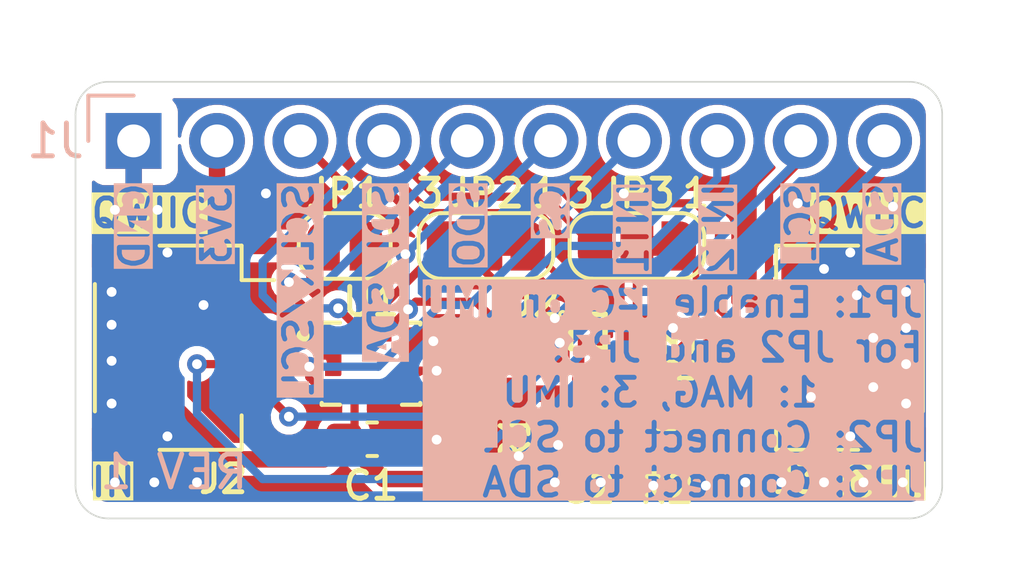
<source format=kicad_pcb>
(kicad_pcb (version 20241229) (generator "pcbnew") (generator_version "9.0")
  (layers (0 "F.Cu" signal) (2 "B.Cu" signal) (13 "F.Paste" user) (15 "B.Paste" user) (5 "F.SilkS" user "F.Silkscreen") (7 "B.SilkS" user "B.Silkscreen") (1 "F.Mask" user) (3 "B.Mask" user) (25 "Edge.Cuts" user))
  (net 0 "")
  (net 1 "VDDIO")
  (net 2 "GND")
  (net 3 "/IMU_INT2")
  (net 4 "/IMU_SCLK{slash}SCL")
  (net 5 "/SCL")
  (net 6 "/IMU_SDI{slash}SDA")
  (net 7 "/IMU_INT1")
  (net 8 "/SDA")
  (net 9 "/IMU_SDO")
  (net 10 "/IMU_CS")
  (net 11 "/MAG_SCL")
  (net 12 "/MAG_SDA")
  (footprint "Jumper:SolderJumper-3_P1.3mm_Bridged12_RoundedPad1.0x1.5mm_NumberLabels" (layer "F.Cu") (at 3.665809 3.033267 180)
    (property "Reference" "JP3" (at 0 1.6 0) (layer "F.SilkS") (effects (font (size 0.85 0.85))))
    (property "Value" "SDA Select")
    (fp_poly (pts (xy -0.9 -0.3) (xy -0.4 -0.3) (xy -0.4 0.3) (xy -0.9 0.3)) (fill yes) (layer "F.Cu"))
    (fp_line (start 2.05 -0.3) (end 2.05 0.3) (stroke (width 0.12)) (layer "F.SilkS"))
    (fp_line (start 1.4 1) (end -1.4 1) (stroke (width 0.12)) (layer "F.SilkS"))
    (fp_line (start -1.4 -1) (end 1.4 -1) (stroke (width 0.12)) (layer "F.SilkS"))
    (fp_line (start -2.05 0.3) (end -2.05 -0.3) (stroke (width 0.12)) (layer "F.SilkS"))
    (fp_arc (start 2.05 0.3) (mid 1.844975 0.794975) (end 1.35 1) (stroke (width 0.12)) (layer "F.SilkS"))
    (fp_arc (start 1.35 -1) (mid 1.844975 -0.794975) (end 2.05 -0.3) (stroke (width 0.12)) (layer "F.SilkS"))
    (fp_arc (start -1.35 1) (mid -1.844975 0.794975) (end -2.05 0.3) (stroke (width 0.12)) (layer "F.SilkS"))
    (fp_arc (start -2.05 -0.3) (mid -1.844975 -0.794975) (end -1.35 -1) (stroke (width 0.12)) (layer "F.SilkS"))
    (fp_text user "3" (at 1.7 1.6 0) (layer "F.SilkS") (effects (font (size 0.85 0.85))))
    (fp_text user "1" (at -1.8 1.6 0) (layer "F.SilkS") (effects (font (size 0.85 0.85))))
    (pad "1" smd custom (at -1.3 0 180) (size 1 0.5) (layers "F.Cu" "F.Mask") (net 12 "/MAG_SDA") (options (clearance outline) (anchor rect)) (primitives (gr_poly (pts (xy 0.55 0.75) (xy 0 0.75) (xy 0 -0.75) (xy 0.55 -0.75)) (width 0) (fill yes)) (gr_circle (center 0 0.25) (end 0.5 0.25) (width 0) (fill yes)) (gr_circle (center 0 -0.25) (end 0.5 -0.25) (width 0) (fill yes))))
    (pad "2" smd rect (at 0 0 180) (size 1 1.5) (layers "F.Cu" "F.Mask") (net 8 "/SDA"))
    (pad "3" smd custom (at 1.3 0 180) (size 1 0.5) (layers "F.Cu" "F.Mask") (net 6 "/IMU_SDI{slash}SDA") (options (clearance outline) (anchor rect)) (primitives (gr_circle (center 0 0.25) (end 0.5 0.25) (width 0) (fill yes)) (gr_circle (center 0 -0.25) (end 0.5 -0.25) (width 0) (fill yes)) (gr_poly (pts (xy 0 0.75) (xy -0.55 0.75) (xy -0.55 -0.75) (xy 0 -0.75)) (width 0) (fill yes))))
  )
  (footprint "Connector_JST:JST_SH_SM04B-SRSS-TB_1x04-1MP_P1.00mm_Horizontal" (layer "F.Cu") (at 9.690809 6.133267 90)
    (property "Reference" "J3" (at -4 -1.125 0) (layer "F.SilkS") (effects (font (size 0.85 0.85))))
    (property "Value" "QWIIC Out")
    (fp_line (start 3.11 -1.785) (end 2.06 -1.785) (stroke (width 0.12)) (layer "F.SilkS"))
    (fp_line (start -2.06 -1.785) (end -2.06 -2.775) (stroke (width 0.12)) (layer "F.SilkS"))
    (fp_line (start -3.11 -1.785) (end -2.06 -1.785) (stroke (width 0.12)) (layer "F.SilkS"))
    (fp_line (start 3.11 0.715) (end 3.11 -1.785) (stroke (width 0.12)) (layer "F.SilkS"))
    (fp_line (start -3.11 0.715) (end -3.11 -1.785) (stroke (width 0.12)) (layer "F.SilkS"))
    (fp_line (start -1.94 2.685) (end 1.94 2.685) (stroke (width 0.12)) (layer "F.SilkS"))
    (pad "1" smd roundrect (at -1.5 -2 90) (size 0.6 1.55) (layers "F.Cu" "F.Mask" "F.Paste") (net 2 "GND"))
    (pad "2" smd roundrect (at -0.5 -2 90) (size 0.6 1.55) (layers "F.Cu" "F.Mask" "F.Paste") (net 1 "VDDIO"))
    (pad "3" smd roundrect (at 0.5 -2 90) (size 0.6 1.55) (layers "F.Cu" "F.Mask" "F.Paste") (net 8 "/SDA"))
    (pad "4" smd roundrect (at 1.5 -2 90) (size 0.6 1.55) (layers "F.Cu" "F.Mask" "F.Paste") (net 5 "/SCL"))
    (pad "MP" smd roundrect (at -2.8 1.875 90) (size 1.2 1.8) (layers "F.Cu" "F.Mask" "F.Paste") (roundrect_rratio 0.208333) (net 2 "GND"))
    (pad "MP" smd roundrect (at 2.8 1.875 90) (size 1.2 1.8) (layers "F.Cu" "F.Mask" "F.Paste") (roundrect_rratio 0.208333) (net 2 "GND"))
  )
  (footprint "Jumper:SolderJumper-2_P1.3mm_Open_RoundedPad1.0x1.5mm" (layer "F.Cu") (at -5.234191 3.033267 180)
    (property "Reference" "JP1" (at 0 1.6 0) (layer "F.SilkS") (effects (font (size 0.85 0.85))))
    (property "Value" "I2C Enable")
    (fp_line (start 1.4 -0.3) (end 1.4 0.3) (stroke (width 0.12)) (layer "F.SilkS"))
    (fp_line (start 0.7 1) (end -0.7 1) (stroke (width 0.12)) (layer "F.SilkS"))
    (fp_line (start -0.7 -1) (end 0.7 -1) (stroke (width 0.12)) (layer "F.SilkS"))
    (fp_line (start -1.4 0.3) (end -1.4 -0.3) (stroke (width 0.12)) (layer "F.SilkS"))
    (fp_arc (start 1.4 0.3) (mid 1.194975 0.794975) (end 0.7 1) (stroke (width 0.12)) (layer "F.SilkS"))
    (fp_arc (start 0.7 -1) (mid 1.194975 -0.794975) (end 1.4 -0.3) (stroke (width 0.12)) (layer "F.SilkS"))
    (fp_arc (start -0.7 1) (mid -1.194975 0.794975) (end -1.4 0.3) (stroke (width 0.12)) (layer "F.SilkS"))
    (fp_arc (start -1.4 -0.3) (mid -1.194975 -0.794975) (end -0.7 -1) (stroke (width 0.12)) (layer "F.SilkS"))
    (pad "1" smd custom (at -0.65 0 180) (size 1 0.5) (layers "F.Cu" "F.Mask") (net 10 "/IMU_CS") (options (clearance outline) (anchor rect)) (primitives (gr_circle (center 0 0.25) (end 0.5 0.25) (width 0) (fill yes)) (gr_circle (center 0 -0.25) (end 0.5 -0.25) (width 0) (fill yes)) (gr_poly (pts (xy 0.5 0.75) (xy 0 0.75) (xy 0 -0.75) (xy 0.5 -0.75)) (width 0) (fill yes))))
    (pad "2" smd custom (at 0.65 0 180) (size 1 0.5) (layers "F.Cu" "F.Mask") (net 1 "VDDIO") (options (clearance outline) (anchor rect)) (primitives (gr_circle (center 0 0.25) (end 0.5 0.25) (width 0) (fill yes)) (gr_circle (center 0 -0.25) (end 0.5 -0.25) (width 0) (fill yes)) (gr_poly (pts (xy 0 0.75) (xy -0.5 0.75) (xy -0.5 -0.75) (xy 0 -0.75)) (width 0) (fill yes))))
  )
  (footprint "TuftTrack:X1-WLB0808-4_L0.8-W0.8-P0.40-TL" (layer "F.Cu") (at 2.165809 5.633267)
    (property "Reference" "U2" (at -1.7 -0.9 0) (layer "F.SilkS") (effects (font (size 0.85 0.85))))
    (property "Value" "QST QMC6309")
    (fp_line (start -0.52 -0.52) (end -0.52 0.52) (stroke (width 0.17)) (layer "F.SilkS"))
    (fp_line (start -0.52 0.52) (end 0.53 0.52) (stroke (width 0.17)) (layer "F.SilkS"))
    (fp_line (start 0.53 -0.52) (end -0.52 -0.52) (stroke (width 0.17)) (layer "F.SilkS"))
    (fp_line (start 0.53 0.52) (end 0.53 -0.52) (stroke (width 0.17)) (layer "F.SilkS"))
    (fp_circle (center -0.76 -0.51) (end -0.72 -0.51) (stroke (width 0.1)) (fill no) (layer "F.SilkS"))
    (pad "A1" smd circle (at -0.2 -0.2) (size 0.18 0.18) (layers "F.Cu" "F.Mask" "F.Paste") (net 2 "GND"))
    (pad "A2" smd circle (at 0.2 -0.2) (size 0.18 0.18) (layers "F.Cu" "F.Mask" "F.Paste") (net 11 "/MAG_SCL"))
    (pad "B1" smd circle (at -0.2 0.2) (size 0.18 0.18) (layers "F.Cu" "F.Mask" "F.Paste") (net 1 "VDDIO"))
    (pad "B2" smd circle (at 0.2 0.2) (size 0.18 0.18) (layers "F.Cu" "F.Mask" "F.Paste") (net 12 "/MAG_SDA"))
  )
  (footprint "Connector_JST:JST_SH_SM04B-SRSS-TB_1x04-1MP_P1.00mm_Horizontal" (layer "F.Cu") (at -10.159191 6.133267 -90)
    (property "Reference" "J2" (at 4 -1.225 0) (layer "F.SilkS") (effects (font (size 0.85 0.85))))
    (property "Value" "QWIIC In")
    (fp_line (start -1.94 2.685) (end 1.94 2.685) (stroke (width 0.12)) (layer "F.SilkS"))
    (fp_line (start -3.11 0.715) (end -3.11 -1.785) (stroke (width 0.12)) (layer "F.SilkS"))
    (fp_line (start 3.11 0.715) (end 3.11 -1.785) (stroke (width 0.12)) (layer "F.SilkS"))
    (fp_line (start -3.11 -1.785) (end -2.06 -1.785) (stroke (width 0.12)) (layer "F.SilkS"))
    (fp_line (start -2.06 -1.785) (end -2.06 -2.775) (stroke (width 0.12)) (layer "F.SilkS"))
    (fp_line (start 3.11 -1.785) (end 2.06 -1.785) (stroke (width 0.12)) (layer "F.SilkS"))
    (pad "1" smd roundrect (at -1.5 -2 270) (size 0.6 1.55) (layers "F.Cu" "F.Mask" "F.Paste") (net 2 "GND"))
    (pad "2" smd roundrect (at -0.5 -2 270) (size 0.6 1.55) (layers "F.Cu" "F.Mask" "F.Paste") (net 1 "VDDIO"))
    (pad "3" smd roundrect (at 0.5 -2 270) (size 0.6 1.55) (layers "F.Cu" "F.Mask" "F.Paste") (net 8 "/SDA"))
    (pad "4" smd roundrect (at 1.5 -2 270) (size 0.6 1.55) (layers "F.Cu" "F.Mask" "F.Paste") (net 5 "/SCL"))
    (pad "MP" smd roundrect (at -2.8 1.875 270) (size 1.2 1.8) (layers "F.Cu" "F.Mask" "F.Paste") (roundrect_rratio 0.208333) (net 2 "GND"))
    (pad "MP" smd roundrect (at 2.8 1.875 270) (size 1.2 1.8) (layers "F.Cu" "F.Mask" "F.Paste") (roundrect_rratio 0.208333) (net 2 "GND"))
  )
  (footprint "Capacitor_SMD:C_0603_1608Metric_Pad1.08x0.95mm_HandSolder" (layer "F.Cu") (at -4.396691 8.920767)
    (property "Reference" "C1" (at -0.0375 1.4125 0) (layer "F.SilkS") (effects (font (size 0.85 0.85))))
    (property "Value" "100nF")
    (fp_line (start -0.146267 -0.51) (end 0.146267 -0.51) (stroke (width 0.12)) (layer "F.SilkS"))
    (fp_line (start -0.146267 0.51) (end 0.146267 0.51) (stroke (width 0.12)) (layer "F.SilkS"))
    (pad "1" smd roundrect (at -0.8625 0) (size 1.075 0.95) (layers "F.Cu" "F.Mask" "F.Paste") (net 1 "VDDIO"))
    (pad "2" smd roundrect (at 0.8625 0) (size 1.075 0.95) (layers "F.Cu" "F.Mask" "F.Paste") (net 2 "GND"))
  )
  (footprint "TuftTrack:IC_ICM-45686" (layer "F.Cu") (at -4.434191 6.620767)
    (property "Reference" "U1" (at 0 -1.8875 0) (layer "F.SilkS") (effects (font (size 0.85 0.85))))
    (property "Value" "ICM-45686 (Single SPI)")
    (fp_line (start -1.5 -1.25) (end -1.5 -1.195) (stroke (width 0.127)) (layer "F.SilkS"))
    (fp_line (start -1.5 -1.25) (end -0.945 -1.25) (stroke (width 0.127)) (layer "F.SilkS"))
    (fp_line (start -1.5 1.25) (end -1.5 1.195) (stroke (width 0.127)) (layer "F.SilkS"))
    (fp_line (start -0.945 1.25) (end -1.5 1.25) (stroke (width 0.127)) (layer "F.SilkS"))
    (fp_line (start 0.945 -1.25) (end 1.5 -1.25) (stroke (width 0.127)) (layer "F.SilkS"))
    (fp_line (start 1.5 -1.25) (end 1.5 -1.195) (stroke (width 0.127)) (layer "F.SilkS"))
    (fp_line (start 1.5 1.25) (end 0.945 1.25) (stroke (width 0.127)) (layer "F.SilkS"))
    (fp_line (start 1.5 1.25) (end 1.5 1.195) (stroke (width 0.127)) (layer "F.SilkS"))
    (fp_circle (center -2.069 -0.85) (end -1.969 -0.85) (stroke (width 0.2)) (fill no) (layer "F.SilkS"))
    (pad "1" smd rect (at -1.1625 -0.75) (size 0.475 0.25) (layers "F.Cu" "F.Paste") (net 9 "/IMU_SDO"))
    (pad "2" smd rect (at -1.1625 -0.25) (size 0.475 0.25) (layers "F.Cu" "F.Paste") (net 2 "GND"))
    (pad "3" smd rect (at -1.1625 0.25) (size 0.475 0.25) (layers "F.Cu" "F.Paste") (net 2 "GND"))
    (pad "4" smd rect (at -1.1625 0.75) (size 0.475 0.25) (layers "F.Cu" "F.Paste") (net 7 "/IMU_INT1"))
    (pad "5" smd rect (at -0.5 0.9125) (size 0.25 0.475) (layers "F.Cu" "F.Paste") (net 1 "VDDIO"))
    (pad "6" smd rect (at 0 0.9125) (size 0.25 0.475) (layers "F.Cu" "F.Paste") (net 2 "GND"))
    (pad "7" smd rect (at 0.5 0.9125) (size 0.25 0.475) (layers "F.Cu" "F.Paste") (net 2 "GND"))
    (pad "8" smd rect (at 1.1625 0.75) (size 0.475 0.25) (layers "F.Cu" "F.Paste") (net 1 "VDDIO"))
    (pad "9" smd rect (at 1.1625 0.25) (size 0.475 0.25) (layers "F.Cu" "F.Paste") (net 3 "/IMU_INT2"))
    (pad "10" smd rect (at 1.1625 -0.25) (size 0.475 0.25) (layers "F.Cu" "F.Paste") (net 2 "GND"))
    (pad "11" smd rect (at 1.1625 -0.75) (size 0.475 0.25) (layers "F.Cu" "F.Paste") (net 2 "GND"))
    (pad "12" smd rect (at 0.5 -0.9125) (size 0.25 0.475) (layers "F.Cu" "F.Paste") (net 10 "/IMU_CS"))
    (pad "13" smd rect (at 0 -0.9125) (size 0.25 0.475) (layers "F.Cu" "F.Paste") (net 4 "/IMU_SCLK{slash}SCL"))
    (pad "14" smd rect (at -0.5 -0.9125) (size 0.25 0.475) (layers "F.Cu" "F.Paste") (net 6 "/IMU_SDI{slash}SDA"))
    (zone (net 0) (net_name "") (layer "F.Cu") (connect_pads (clearance 0)) (min_thickness 0.01)
      (keepout (tracks not_allowed) (vias not_allowed) (pads not_allowed) (copperpour not_allowed) (footprints allowed))
      (fill (thermal_gap 0.508) (thermal_bridge_width 0.508))
      (polygon (pts (xy -5.334191 5.970767) (xy -3.534191 5.970767) (xy -3.534191 7.270767) (xy -5.334191 7.270767)))
    )
  )
  (footprint "Jumper:SolderJumper-3_P1.3mm_Bridged12_RoundedPad1.0x1.5mm_NumberLabels" (layer "F.Cu") (at -0.934191 3.033267 180)
    (property "Reference" "JP2" (at 0 1.6 0) (layer "F.SilkS") (effects (font (size 0.85 0.85) (thickness 0.15) (bold yes))))
    (property "Value" "SCL Select")
    (fp_poly (pts (xy -0.9 -0.3) (xy -0.4 -0.3) (xy -0.4 0.3) (xy -0.9 0.3)) (fill yes) (layer "F.Cu"))
    (fp_line (start 2.05 -0.3) (end 2.05 0.3) (stroke (width 0.12)) (layer "F.SilkS"))
    (fp_line (start 1.4 1) (end -1.4 1) (stroke (width 0.12)) (layer "F.SilkS"))
    (fp_line (start -1.4 -1) (end 1.4 -1) (stroke (width 0.12)) (layer "F.SilkS"))
    (fp_line (start -2.05 0.3) (end -2.05 -0.3) (stroke (width 0.12)) (layer "F.SilkS"))
    (fp_arc (start 2.05 0.3) (mid 1.844975 0.794975) (end 1.35 1) (stroke (width 0.12)) (layer "F.SilkS"))
    (fp_arc (start 1.35 -1) (mid 1.844975 -0.794975) (end 2.05 -0.3) (stroke (width 0.12)) (layer "F.SilkS"))
    (fp_arc (start -1.35 1) (mid -1.844975 0.794975) (end -2.05 0.3) (stroke (width 0.12)) (layer "F.SilkS"))
    (fp_arc (start -2.05 -0.3) (mid -1.844975 -0.794975) (end -1.35 -1) (stroke (width 0.12)) (layer "F.SilkS"))
    (fp_text user "1" (at -1.8 1.6 0) (layer "F.SilkS") (effects (font (size 0.85 0.85))))
    (fp_text user "3" (at 1.7 1.6 0) (layer "F.SilkS") (effects (font (size 0.85 0.85))))
    (pad "1" smd custom (at -1.3 0 180) (size 1 0.5) (layers "F.Cu" "F.Mask") (net 11 "/MAG_SCL") (options (clearance outline) (anchor rect)) (primitives (gr_poly (pts (xy 0.55 0.75) (xy 0 0.75) (xy 0 -0.75) (xy 0.55 -0.75)) (width 0) (fill yes)) (gr_circle (center 0 0.25) (end 0.5 0.25) (width 0) (fill yes)) (gr_circle (center 0 -0.25) (end 0.5 -0.25) (width 0) (fill yes))))
    (pad "2" smd rect (at 0 0 180) (size 1 1.5) (layers "F.Cu" "F.Mask") (net 5 "/SCL"))
    (pad "3" smd custom (at 1.3 0 180) (size 1 0.5) (layers "F.Cu" "F.Mask") (net 4 "/IMU_SCLK{slash}SCL") (options (clearance outline) (anchor rect)) (primitives (gr_circle (center 0 0.25) (end 0.5 0.25) (width 0) (fill yes)) (gr_circle (center 0 -0.25) (end 0.5 -0.25) (width 0) (fill yes)) (gr_poly (pts (xy 0 0.75) (xy -0.55 0.75) (xy -0.55 -0.75) (xy 0 -0.75)) (width 0) (fill yes))))
  )
  (footprint "Resistor_SMD:R_0603_1608Metric_Pad0.98x0.95mm_HandSolder" (layer "F.Cu") (at 4.565809 9.133267)
    (property "Reference" "R2" (at 0 1.3 0) (layer "F.SilkS") (effects (font (size 0.85 0.85))))
    (property "Value" "10k")
    (fp_line (start -0.254724 -0.5225) (end 0.254724 -0.5225) (stroke (width 0.12)) (layer "F.SilkS"))
    (fp_line (start -0.254724 0.5225) (end 0.254724 0.5225) (stroke (width 0.12)) (layer "F.SilkS"))
    (pad "1" smd roundrect (at -0.9125 0) (size 0.975 0.95) (layers "F.Cu" "F.Mask" "F.Paste") (net 1 "VDDIO"))
    (pad "2" smd roundrect (at 0.9125 0) (size 0.975 0.95) (layers "F.Cu" "F.Mask" "F.Paste") (net 5 "/SCL"))
  )
  (footprint "Resistor_SMD:R_0603_1608Metric_Pad0.98x0.95mm_HandSolder" (layer "F.Cu") (at 3.665809 6.433267 90)
    (property "Reference" "R3" (at 0 1.3 90) (layer "F.SilkS") (effects (font (size 0.85 0.85))))
    (property "Value" "10k")
    (fp_line (start -0.254724 -0.5225) (end 0.254724 -0.5225) (stroke (width 0.12)) (layer "F.SilkS"))
    (fp_line (start -0.254724 0.5225) (end 0.254724 0.5225) (stroke (width 0.12)) (layer "F.SilkS"))
    (pad "1" smd roundrect (at -0.9125 0 90) (size 0.975 0.95) (layers "F.Cu" "F.Mask" "F.Paste") (net 1 "VDDIO"))
    (pad "2" smd roundrect (at 0.9125 0 90) (size 0.975 0.95) (layers "F.Cu" "F.Mask" "F.Paste") (net 8 "/SDA"))
  )
  (footprint "Resistor_SMD:R_0603_1608Metric_Pad0.98x0.95mm_HandSolder" (layer "F.Cu") (at -0.034191 6.620767 90)
    (property "Reference" "R1" (at -2.3125 0 90) (layer "F.SilkS") (effects (font (size 0.85 0.85))))
    (property "Value" "10k")
    (fp_line (start -0.254724 -0.5225) (end 0.254724 -0.5225) (stroke (width 0.12)) (layer "F.SilkS"))
    (fp_line (start -0.254724 0.5225) (end 0.254724 0.5225) (stroke (width 0.12)) (layer "F.SilkS"))
    (pad "1" smd roundrect (at -0.9125 0 90) (size 0.975 0.95) (layers "F.Cu" "F.Mask" "F.Paste") (net 1 "VDDIO"))
    (pad "2" smd roundrect (at 0.9125 0 90) (size 0.975 0.95) (layers "F.Cu" "F.Mask" "F.Paste") (net 10 "/IMU_CS"))
  )
  (footprint "Capacitor_SMD:C_0603_1608Metric_Pad1.08x0.95mm_HandSolder" (layer "F.Cu") (at -1.634191 6.620767 90)
    (property "Reference" "C3" (at -2.5125 0 90) (layer "F.SilkS") (effects (font (size 0.85 0.85))))
    (property "Value" "100nF")
    (fp_line (start -0.146267 -0.51) (end 0.146267 -0.51) (stroke (width 0.12)) (layer "F.SilkS"))
    (fp_line (start -0.146267 0.51) (end 0.146267 0.51) (stroke (width 0.12)) (layer "F.SilkS"))
    (pad "1" smd roundrect (at -0.8625 0 90) (size 1.075 0.95) (layers "F.Cu" "F.Mask" "F.Paste") (net 1 "VDDIO"))
    (pad "2" smd roundrect (at 0.8625 0 90) (size 1.075 0.95) (layers "F.Cu" "F.Mask" "F.Paste") (net 2 "GND"))
  )
  (footprint "Capacitor_SMD:C_0603_1608Metric_Pad1.08x0.95mm_HandSolder" (layer "F.Cu") (at 2.165809 8.233267 -90)
    (property "Reference" "C2" (at 2.2 0 0) (layer "F.SilkS") (effects (font (size 0.85 0.85))))
    (property "Value" "2.2uF")
    (fp_line (start -0.146267 0.51) (end 0.146267 0.51) (stroke (width 0.12)) (layer "F.SilkS"))
    (fp_line (start -0.146267 -0.51) (end 0.146267 -0.51) (stroke (width 0.12)) (layer "F.SilkS"))
    (pad "1" smd roundrect (at -0.8625 0 270) (size 1.075 0.95) (layers "F.Cu" "F.Mask" "F.Paste") (net 1 "VDDIO"))
    (pad "2" smd roundrect (at 0.8625 0 270) (size 1.075 0.95) (layers "F.Cu" "F.Mask" "F.Paste") (net 2 "GND"))
  )
  (footprint "Connector_PinHeader_2.54mm:PinHeader_1x10_P2.54mm_Vertical" (layer "B.Cu") (at -11.664191 -0.166733 -90)
    (property "Reference" "J1" (at 0 2.38 0) (layer "B.SilkS") (effects (justify mirror)))
    (property "Value" "Pin Header")
    (fp_line (start -1.38 1.38) (end 0 1.38) (stroke (width 0.12)) (layer "B.SilkS"))
    (fp_line (start -1.38 0) (end -1.38 1.38) (stroke (width 0.12)) (layer "B.SilkS"))
    (pad "1" thru_hole rect (at 0 0 270) (size 1.7 1.7) (drill 1) (layers "*.Cu" "*.Mask") (net 2 "GND"))
    (pad "2" thru_hole circle (at 0 -2.54 270) (size 1.7 1.7) (drill 1) (layers "*.Cu" "*.Mask") (net 1 "VDDIO"))
    (pad "3" thru_hole circle (at 0 -5.08 270) (size 1.7 1.7) (drill 1) (layers "*.Cu" "*.Mask") (net 4 "/IMU_SCLK{slash}SCL"))
    (pad "4" thru_hole circle (at 0 -7.62 270) (size 1.7 1.7) (drill 1) (layers "*.Cu" "*.Mask") (net 6 "/IMU_SDI{slash}SDA"))
    (pad "5" thru_hole circle (at 0 -10.16 270) (size 1.7 1.7) (drill 1) (layers "*.Cu" "*.Mask") (net 9 "/IMU_SDO"))
    (pad "6" thru_hole circle (at 0 -12.7 270) (size 1.7 1.7) (drill 1) (layers "*.Cu" "*.Mask") (net 10 "/IMU_CS"))
    (pad "7" thru_hole circle (at 0 -15.24 270) (size 1.7 1.7) (drill 1) (layers "*.Cu" "*.Mask") (net 7 "/IMU_INT1"))
    (pad "8" thru_hole circle (at 0 -17.78 270) (size 1.7 1.7) (drill 1) (layers "*.Cu" "*.Mask") (net 3 "/IMU_INT2"))
    (pad "9" thru_hole circle (at 0 -20.32 270) (size 1.7 1.7) (drill 1) (layers "*.Cu" "*.Mask") (net 5 "/SCL"))
    (pad "10" thru_hole circle (at 0 -22.86 270) (size 1.7 1.7) (drill 1) (layers "*.Cu" "*.Mask") (net 8 "/SDA"))
  )
  (gr_line (start -12.434191 -1.966733) (end 11.965809 -1.966733) (stroke (width 0.05)) (layer "Edge.Cuts"))
  (gr_line (start -13.434191 10.333267) (end -13.434191 -0.966733) (stroke (width 0.05)) (layer "Edge.Cuts"))
  (gr_arc (start 11.965809 -1.966733) (mid 12.672916 -1.67384) (end 12.965809 -0.966733) (stroke (width 0.05)) (layer "Edge.Cuts"))
  (gr_arc (start -13.434191 -0.966733) (mid -13.141298 -1.67384) (end -12.434191 -1.966733) (stroke (width 0.05)) (layer "Edge.Cuts"))
  (gr_arc (start -12.434191 11.333267) (mid -13.141298 11.040374) (end -13.434191 10.333267) (stroke (width 0.05)) (layer "Edge.Cuts"))
  (gr_line (start 12.965809 -0.966733) (end 12.965809 10.333267) (stroke (width 0.05)) (layer "Edge.Cuts"))
  (gr_arc (start 12.965809 10.333267) (mid 12.672916 11.040374) (end 11.965809 11.333267) (stroke (width 0.05)) (layer "Edge.Cuts"))
  (gr_line (start 11.965809 11.333267) (end -12.434191 11.333267) (stroke (width 0.05)) (layer "Edge.Cuts"))
  (gr_text "QWIIC" (at 12.565809 2.533267 0) (layer "F.SilkS" knockout) (effects (font (size 0.85 0.85) (thickness 0.15) (bold yes)) (justify right bottom)))
  (gr_text "QWIIC" (at -13.034191 2.533267 0) (layer "F.SilkS" knockout) (effects (font (size 0.85 0.85) (thickness 0.15) (bold yes)) (justify left bottom)))
  (gr_text "IN" (at -13.034191 9.733267 0) (layer "F.SilkS" knockout) (effects (font (size 0.85 0.85) (thickness 0.15) (bold yes)) (justify left top)))
  (gr_text "OUT" (at 12.465809 9.733267 0) (layer "F.SilkS" knockout) (effects (font (size 0.85 0.85) (thickness 0.15) (bold yes)) (justify right top)))
  (gr_text "GND" (at -11.634191 1.033267 90) (layer "B.SilkS" knockout) (effects (font (size 0.85 0.85)) (justify left mirror)))
  (gr_text "SDO" (at -1.434191 1.033267 90) (layer "B.SilkS" knockout) (effects (font (size 0.85 0.85)) (justify left mirror)))
  (gr_text "CS" (at 1.065809 1.033267 90) (layer "B.SilkS" knockout) (effects (font (size 0.85 0.85)) (justify left mirror)))
  (gr_text "INT1" (at 3.565809 1.033267 90) (layer "B.SilkS" knockout) (effects (font (size 0.85 0.85)) (justify left mirror)))
  (gr_text "REV 1" (at -8.1 10.5 0) (layer "B.SilkS") (effects (font (size 1 1)) (justify left bottom mirror)))
  (gr_text "SCLK/SCL" (at -6.634191 1.033267 90) (layer "B.SilkS" knockout) (effects (font (size 0.85 0.85)) (justify left mirror)))
  (gr_text "SCL" (at 8.665809 1.033267 90) (layer "B.SilkS" knockout) (effects (font (size 0.85 0.85)) (justify left mirror)))
  (gr_text "INT2" (at 6.165809 1.033267 90) (layer "B.SilkS" knockout) (effects (font (size 0.85 0.85)) (justify left mirror)))
  (gr_text "JP1: Enable I^{2}C on IMU\nFor JP2 and JP3: \n	1: MAG, 3: IMU\nJP2: Connect to SCL\nJP3: Connect to SDA" (at 12.465809 10.733267 0) (layer "B.SilkS" knockout) (effects (font (size 0.85 0.85)) (justify left bottom mirror)))
  (gr_text "SDA" (at 11.165809 1.033267 90) (layer "B.SilkS" knockout) (effects (font (size 0.85 0.85)) (justify left mirror)))
  (gr_text "3V3" (at -9.134191 1.133267 90) (layer "B.SilkS" knockout) (effects (font (size 0.85 0.85)) (justify left mirror)))
  (gr_text "SDI/SDA" (at -4.034191 1.033267 90) (layer "B.SilkS" knockout) (effects (font (size 0.85 0.85)) (justify left mirror)))
  (segment (start 2.003309 7.533267) (end 2.165809 7.370767) (width 0.5) (layer "F.Cu") (net 1))
  (segment (start 3.665809 7.345767) (end 3.678309 7.333267) (width 0.5) (layer "F.Cu") (net 1))
  (segment (start -8.934191 3.033267) (end -5.884191 3.033267) (width 0.5) (layer "F.Cu") (net 1))
  (segment (start -4.934191 7.533267) (end -4.934191 8.595767) (width 0.25) (layer "F.Cu") (net 1))
  (segment (start 1.965809 7.170767) (end 2.165809 7.370767) (width 0.2) (layer "F.Cu") (net 1))
  (segment (start -0.034191 7.533267) (end 2.003309 7.533267) (width 0.5) (layer "F.Cu") (net 1))
  (segment (start -1.934191 7.483267) (end -1.634191 7.483267) (width 0.25) (layer "F.Cu") (net 1))
  (segment (start 3.653309 9.133267) (end 3.653309 7.358267) (width 0.5) (layer "F.Cu") (net 1))
  (segment (start -10.534191 7.833267) (end -8.834191 9.533267) (width 0.5) (layer "F.Cu") (net 1))
  (segment (start 3.653309 7.358267) (end 3.665809 7.345767) (width 0.5) (layer "F.Cu") (net 1))
  (segment (start 6.365809 6.633267) (end 7.690809 6.633267) (width 0.5) (layer "F.Cu") (net 1))
  (segment (start -9.134191 3.233267) (end -8.934191 3.033267) (width 0.5) (layer "F.Cu") (net 1))
  (segment (start 2.165809 7.370767) (end 3.640809 7.370767) (width 0.5) (layer "F.Cu") (net 1))
  (segment (start -1.584191 7.533267) (end -1.634191 7.483267) (width 0.25) (layer "F.Cu") (net 1))
  (segment (start -0.034191 7.533267) (end -1.584191 7.533267) (width 0.25) (layer "F.Cu") (net 1))
  (segment (start -10.534191 5.633267) (end -10.534191 7.833267) (width 0.5) (layer "F.Cu") (net 1))
  (segment (start -4.934191 8.595767) (end -5.259191 8.920767) (width 0.25) (layer "F.Cu") (net 1))
  (segment (start -9.124191 3.223267) (end -9.124191 -0.166733) (width 0.5) (layer "F.Cu") (net 1))
  (segment (start -10.534191 5.633267) (end -10.534191 4.633267) (width 0.5) (layer "F.Cu") (net 1))
  (segment (start -5.871691 9.533267) (end -5.259191 8.920767) (width 0.5) (layer "F.Cu") (net 1))
  (segment (start 5.665809 7.333267) (end 6.365809 6.633267) (width 0.5) (layer "F.Cu") (net 1))
  (segment (start -4.046691 10.133267) (end -2.134191 10.133267) (width 0.5) (layer "F.Cu") (net 1))
  (segment (start -3.271691 7.370767) (end -2.046691 7.370767) (width 0.25) (layer "F.Cu") (net 1))
  (segment (start -2.134191 10.133267) (end -1.634191 9.633267) (width 0.5) (layer "F.Cu") (net 1))
  (segment (start 1.965809 5.833267) (end 1.965809 7.170767) (width 0.2) (layer "F.Cu") (net 1))
  (segment (start -8.834191 9.533267) (end -5.871691 9.533267) (width 0.5) (layer "F.Cu") (net 1))
  (segment (start -5.259191 8.920767) (end -4.046691 10.133267) (width 0.5) (layer "F.Cu") (net 1))
  (segment (start 3.678309 7.333267) (end 5.665809 7.333267) (width 0.5) (layer "F.Cu") (net 1))
  (segment (start -10.534191 5.633267) (end -8.159191 5.633267) (width 0.5) (layer "F.Cu") (net 1))
  (segment (start -2.046691 7.370767) (end -1.934191 7.483267) (width 0.25) (layer "F.Cu") (net 1))
  (segment (start -1.634191 9.633267) (end -1.634191 7.483267) (width 0.5) (layer "F.Cu") (net 1))
  (segment (start 3.640809 7.370767) (end 3.665809 7.345767) (width 0.5) (layer "F.Cu") (net 1))
  (segment (start -10.534191 4.633267) (end -9.134191 3.233267) (width 0.5) (layer "F.Cu") (net 1))
  (segment (start -9.134191 3.233267) (end -9.124191 3.223267) (width 0.5) (layer "F.Cu") (net 1))
  (segment (start 1.315809 5.983267) (end 1.865809 5.433267) (width 0.2) (layer "F.Cu") (net 2))
  (segment (start -9.334191 4.633267) (end -9.534191 4.833267) (width 0.25) (layer "F.Cu") (net 2))
  (segment (start -2.534191 5.933267) (end -2.359191 5.758267) (width 0.25) (layer "F.Cu") (net 2))
  (segment (start 11.465809 3.233267) (end 11.565809 3.333267) (width 0.25) (layer "F.Cu") (net 2))
  (segment (start -11.934191 8.833267) (end -12.034191 8.933267) (width 0.25) (layer "F.Cu") (net 2))
  (segment (start -3.521691 8.933267) (end -3.534191 8.920767) (width 0.25) (layer "F.Cu") (net 2))
  (segment (start -3.271691 6.370767) (end -3.271691 5.870767) (width 0.25) (layer "F.Cu") (net 2))
  (segment (start -2.046691 5.870767) (end -1.934191 5.758267) (width 0.25) (layer "F.Cu") (net 2))
  (segment (start -7.648691 4.633267) (end -5.911191 6.370767) (width 0.25) (layer "F.Cu") (net 2))
  (segment (start 8.965809 7.633267) (end 7.690809 7.633267) (width 0.25) (layer "F.Cu") (net 2))
  (segment (start -4.434191 7.533267) (end -4.434191 8.020767) (width 0.25) (layer "F.Cu") (net 2))
  (segment (start 11.865809 8.633267) (end 11.565809 8.933267) (width 0.25) (layer "F.Cu") (net 2))
  (segment (start 10.165809 3.233267) (end 11.465809 3.233267) (width 0.25) (layer "F.Cu") (net 2))
  (segment (start -10.634191 8.833267) (end -11.934191 8.833267) (width 0.25) (layer "F.Cu") (net 2))
  (segment (start -5.911191 6.370767) (end -5.596691 6.370767) (width 0.25) (layer "F.Cu") (net 2))
  (segment (start 10.165809 8.833267) (end 11.465809 8.833267) (width 0.25) (layer "F.Cu") (net 2))
  (segment (start -10.634191 3.233267) (end -11.934191 3.233267) (width 0.25) (layer "F.Cu") (net 2))
  (segment (start 11.865809 7.833267) (end 11.865809 8.633267) (width 0.25) (layer "F.Cu") (net 2))
  (segment (start 11.465809 8.833267) (end 11.565809 8.933267) (width 0.25) (layer "F.Cu") (net 2))
  (segment (start -2.596691 5.870767) (end -3.271691 5.870767) (width 0.25) (layer "F.Cu") (net 2))
  (segment (start 11.865809 3.633267) (end 11.565809 3.333267) (width 0.25) (layer "F.Cu") (net 2))
  (segment (start -1.934191 5.758267) (end -1.634191 5.758267) (width 0.25) (layer "F.Cu") (net 2))
  (segment (start -12.334191 3.633267) (end -12.034191 3.333267) (width 0.25) (layer "F.Cu") (net 2))
  (segment (start -12.334191 8.633267) (end -12.034191 8.933267) (width 0.25) (layer "F.Cu") (net 2))
  (segment (start -2.359191 5.758267) (end -1.634191 5.758267) (width 0.25) (layer "F.Cu") (net 2))
  (segment (start -4.434191 8.020767) (end -3.534191 8.920767) (width 0.25) (layer "F.Cu") (net 2))
  (segment (start -11.934191 3.233267) (end -12.034191 3.333267) (width 0.25) (layer "F.Cu") (net 2))
  (segment (start 1.265809 9.095767) (end 2.165809 9.095767) (width 0.25) (layer "F.Cu") (net 2))
  (segment (start -3.934191 8.520767) (end -3.534191 8.920767) (width 0.25) (layer "F.Cu") (net 2))
  (segment (start -8.159191 4.633267) (end -7.648691 4.633267) (width 0.25) (layer "F.Cu") (net 2))
  (segment (start 11.865809 4.433267) (end 11.865809 3.633267) (width 0.25) (layer "F.Cu") (net 2))
  (segment (start -8.159191 4.633267) (end -9.334191 4.633267) (width 0.25) (layer "F.Cu") (net 2))
  (segment (start -12.334191 4.433267) (end -12.334191 3.633267) (width 0.25) (layer "F.Cu") (net 2))
  (segment (start -3.934191 7.533267) (end -3.934191 8.520767) (width 0.25) (layer "F.Cu") (net 2))
  (segment (start 1.865809 5.433267) (end 1.965809 5.433267) (width 0.2) (layer "F.Cu") (net 2))
  (segment (start -5.596691 6.870767) (end -5.596691 6.370767) (width 0.25) (layer "F.Cu") (net 2))
  (segment (start -2.434191 8.933267) (end -3.521691 8.933267) (width 0.25) (layer "F.Cu") (net 2))
  (segment (start -2.534191 5.933267) (end -2.596691 5.870767) (width 0.25) (layer "F.Cu") (net 2))
  (segment (start -12.334191 7.833267) (end -12.334191 8.633267) (width 0.25) (layer "F.Cu") (net 2))
  (via (at 4.165809 10.333267) (size 0.6) (drill 0.3) (layers "F.Cu" "B.Cu") (net 2))
  (via (at 11.865809 5.533267) (size 0.6) (drill 0.3) (layers "F.Cu" "B.Cu") (net 2))
  (via (at -9.534191 4.833267) (size 0.6) (drill 0.3) (layers "F.Cu" "B.Cu") (net 2))
  (via (at 1.165809 10.233267) (size 0.6) (drill 0.3) (layers "F.Cu" "B.Cu") (net 2))
  (via (at 10.565809 10.233267) (size 0.6) (drill 0.3) (layers "F.Cu" "B.Cu") (net 2))
  (via (at 8.065809 10.233267) (size 0.6) (drill 0.3) (layers "F.Cu" "B.Cu") (net 2))
  (via (at -2.434191 8.933267) (size 0.6) (drill 0.3) (layers "F.Cu" "B.Cu") (net 2))
  (via (at 10.165809 8.833267) (size 0.6) (drill 0.3) (layers "F.Cu" "B.Cu") (net 2))
  (via (at 11.865809 6.633267) (size 0.6) (drill 0.3) (layers "F.Cu" "B.Cu") (net 2))
  (via (at 9.365809 10.233267) (size 0.6) (drill 0.3) (layers "F.Cu" "B.Cu") (net 2))
  (via (at 6.965809 10.233267) (size 0.6) (drill 0.3) (layers "F.Cu" "B.Cu") (net 2))
  (via (at 5.765809 10.333267) (size 0.6) (drill 0.3) (layers "F.Cu" "B.Cu") (net 2))
  (via (at -10.634191 8.833267) (size 0.6) (drill 0.3) (layers "F.Cu" "B.Cu") (net 2))
  (via (at 10.865809 5.833267) (size 0.6) (drill 0.3) (layers "F.Cu" "B.Cu") (net 2))
  (via (at -12.334191 7.833267) (size 0.6) (drill 0.3) (layers "F.Cu" "B.Cu") (net 2))
  (via (at -12.234191 1.933267) (size 0.6) (drill 0.3) (layers "F.Cu" "B.Cu") (net 2))
  (via (at 10.865809 7.333267) (size 0.6) (drill 0.3) (layers "F.Cu" "B.Cu") (net 2))
  (via (at 11.865809 7.833267) (size 0.6) (drill 0.3) (layers "F.Cu" "B.Cu") (net 2))
  (via (at 11.865809 4.433267) (size 0.6) (drill 0.3) (layers "F.Cu" "B.Cu") (net 2))
  (via (at 1.315809 5.983267) (size 0.6) (drill 0.3) (layers "F.Cu" "B.Cu") (net 2))
  (via (at -2.534191 5.933267) (size 0.6) (drill 0.3) (layers "F.Cu" "B.Cu") (net 2))
  (via (at 9.365809 3.733267) (size 0.6) (drill 0.3) (layers "F.Cu" "B.Cu") (net 2))
  (via (at 2.565809 10.233267) (size 0.6) (drill 0.3) (layers "F.Cu" "B.Cu") (net 2))
  (via (at 10.165809 3.233267) (size 0.6) (drill 0.3) (layers "F.Cu" "B.Cu") (net 2))
  (via (at 10.365809 4.533267) (size 0.6) (drill 0.3) (layers "F.Cu" "B.Cu") (net 2))
  (via (at 8.565809 1.733267) (size 0.6) (drill 0.3) (layers "F.Cu" "B.Cu") (net 2))
  (via (at 3.265809 1.433267) (size 0.6) (drill 0.3) (layers "F.Cu" "B.Cu") (net 2))
  (via (at -12.334191 4.433267) (size 0.6) (drill 0.3) (layers "F.Cu" "B.Cu") (net 2))
  (via (at -7.634191 1.433267) (size 0.6) (drill 0.3) (layers "F.Cu" "B.Cu") (net 2))
  (via (at -12.234191 10.233267) (size 0.6) (drill 0.3) (layers "F.Cu" "B.Cu") (net 2))
  (via (at 0.065809 9.433267) (size 0.6) (drill 0.3) (layers "F.Cu" "B.Cu") (net 2))
  (via (at 8.965809 7.633267) (size 0.6) (drill 0.3) (layers "F.Cu" "B.Cu") (net 2))
  (via (at -9.734191 10.233267) (size 0.6) (drill 0.3) (layers "F.Cu" "B.Cu") (net 2))
  (via (at -12.334191 6.533267) (size 0.6) (drill 0.3) (layers "F.Cu" "B.Cu") (net 2))
  (via (at 1.265809 9.095767) (size 0.6) (drill 0.3) (layers "F.Cu" "B.Cu") (net 2))
  (via (at -10.634191 3.233267) (size 0.6) (drill 0.3) (layers "F.Cu" "B.Cu") (net 2))
  (via (at 11.765809 10.233267) (size 0.6) (drill 0.3) (layers "F.Cu" "B.Cu") (net 2))
  (via (at -12.334191 5.433267) (size 0.6) (drill 0.3) (layers "F.Cu" "B.Cu") (net 2))
  (via (at -10.934191 1.933267) (size 0.6) (drill 0.3) (layers "F.Cu" "B.Cu") (net 2))
  (via (at 11.465809 1.833267) (size 0.6) (drill 0.3) (layers "F.Cu" "B.Cu") (net 2))
  (via (at -11.034191 10.233267) (size 0.6) (drill 0.3) (layers "F.Cu" "B.Cu") (net 2))
  (segment (start -2.434191 6.833267) (end -2.934191 6.833267) (width 0.25) (layer "F.Cu") (net 3))
  (segment (start -2.971691 6.870767) (end -3.271691 6.870767) (width 0.25) (layer "F.Cu") (net 3))
  (segment (start -2.934191 6.833267) (end -2.971691 6.870767) (width 0.25) (layer "F.Cu") (net 3))
  (via (at -2.434191 6.833267) (size 0.6) (drill 0.3) (layers "F.Cu" "B.Cu") (net 3))
  (segment (start 6.115809 0.983267) (end 6.115809 -0.166733) (width 0.25) (layer "B.Cu") (net 3))
  (segment (start -2.434191 6.833267) (end -2.44307 6.824388) (width 0.25) (layer "B.Cu") (net 3))
  (segment (start -2.425312 6.824388) (end 1.365809 3.033267) (width 0.25) (layer "B.Cu") (net 3))
  (segment (start 1.365809 3.033267) (end 4.065809 3.033267) (width 0.25) (layer "B.Cu") (net 3))
  (segment (start -2.44307 6.824388) (end -2.425312 6.824388) (width 0.25) (layer "B.Cu") (net 3))
  (segment (start 4.065809 3.033267) (end 6.115809 0.983267) (width 0.25) (layer "B.Cu") (net 3))
  (segment (start -4.984191 1.433267) (end -6.584191 -0.166733) (width 0.25) (layer "F.Cu") (net 4))
  (segment (start -3.834191 1.433267) (end -4.984191 1.433267) (width 0.25) (layer "F.Cu") (net 4))
  (segment (start -4.434191 5.233267) (end -2.234191 3.033267) (width 0.25) (layer "F.Cu") (net 4))
  (segment (start -2.234191 3.033267) (end -3.834191 1.433267) (width 0.25) (layer "F.Cu") (net 4))
  (segment (start -4.434191 5.708267) (end -4.434191 5.233267) (width 0.25) (layer "F.Cu") (net 4))
  (segment (start 9.765809 8.133267) (end 9.765809 5.585277) (width 0.25) (layer "F.Cu") (net 5))
  (segment (start -0.934191 3.833267) (end -0.934191 3.033267) (width 0.25) (layer "F.Cu") (net 5))
  (segment (start -6.934191 8.233267) (end -7.534191 7.633267) (width 0.25) (layer "F.Cu") (net 5))
  (segment (start 8.813799 4.633267) (end 7.690809 4.633267) (width 0.25) (layer "F.Cu") (net 5))
  (segment (start 8.655809 0.433267) (end 8.655809 -0.166733) (width 0.25) (layer "F.Cu") (net 5))
  (segment (start 8.765809 9.133267) (end 9.765809 8.133267) (width 0.25) (layer "F.Cu") (net 5))
  (segment (start 0.465809 4.533267) (end -0.234191 4.533267) (width 0.25) (layer "F.Cu") (net 5))
  (segment (start -7.534191 7.633267) (end -8.159191 7.633267) (width 0.25) (layer "F.Cu") (net 5))
  (segment (start 1.165809 5.233267) (end 0.965809 5.033267) (width 0.2) (layer "F.Cu") (net 5))
  (segment (start 7.690809 1.398267) (end 8.655809 0.433267) (width 0.25) (layer "F.Cu") (net 5))
  (segment (start 7.690809 4.633267) (end 7.690809 1.398267) (width 0.25) (layer "F.Cu") (net 5))
  (segment (start 5.478309 9.133267) (end 8.765809 9.133267) (width 0.25) (layer "F.Cu") (net 5))
  (segment (start 9.765809 5.585277) (end 8.813799 4.633267) (width 0.25) (layer "F.Cu") (net 5))
  (segment (start 1.165809 5.233267) (end 0.465809 4.533267) (width 0.25) (layer "F.Cu") (net 5))
  (segment (start -0.234191 4.533267) (end -0.934191 3.833267) (width 0.25) (layer "F.Cu") (net 5))
  (via (at -6.934191 8.233267) (size 0.6) (drill 0.3) (layers "F.Cu" "B.Cu") (net 5))
  (via (at 1.165809 5.233267) (size 0.6) (drill 0.3) (layers "F.Cu" "B.Cu") (net 5))
  (segment (start -1.834191 8.233267) (end -6.934191 8.233267) (width 0.25) (layer "B.Cu") (net 5))
  (segment (start 1.165809 5.233267) (end -1.834191 8.233267) (width 0.25) (layer "B.Cu") (net 5))
  (segment (start 1.165809 5.233267) (end 1.965809 4.433267) (width 0.25) (layer "B.Cu") (net 5))
  (segment (start 8.655809 0.343267) (end 8.655809 -0.166733) (width 0.25) (layer "B.Cu") (net 5))
  (segment (start 4.565809 4.433267) (end 8.655809 0.343267) (width 0.25) (layer "B.Cu") (net 5))
  (segment (start 1.965809 4.433267) (end 4.565809 4.433267) (width 0.25) (layer "B.Cu") (net 5))
  (segment (start -4.044191 -0.166733) (end -4.044191 -0.068635) (width 0.25) (layer "F.Cu") (net 6))
  (segment (start -4.934191 5.708267) (end -4.934191 5.433267) (width 0.25) (layer "F.Cu") (net 6))
  (segment (start -2.442289 1.533267) (end 0.865809 1.533267) (width 0.25) (layer "F.Cu") (net 6))
  (segment (start 0.865809 1.533267) (end 2.365809 3.033267) (width 0.25) (layer "F.Cu") (net 6))
  (segment (start -4.044191 -0.068635) (end -2.442289 1.533267) (width 0.25) (layer "F.Cu") (net 6))
  (segment (start -4.934191 5.433267) (end -5.434191 4.933267) (width 0.25) (layer "F.Cu") (net 6))
  (via (at -5.434191 4.933267) (size 0.6) (drill 0.3) (layers "F.Cu" "B.Cu") (net 6))
  (segment (start -7.334191 4.933267) (end -7.734191 4.533267) (width 0.25) (layer "B.Cu") (net 6))
  (segment (start -7.734191 4.533267) (end -7.734191 3.523267) (width 0.25) (layer "B.Cu") (net 6))
  (segment (start -7.734191 3.523267) (end -4.044191 -0.166733) (width 0.25) (layer "B.Cu") (net 6))
  (segment (start -5.434191 4.933267) (end -7.334191 4.933267) (width 0.25) (layer "B.Cu") (net 6))
  (segment (start -6.312673 6.711749) (end -6.312673 7.029785) (width 0.25) (layer "F.Cu") (net 7))
  (segment (start -5.971691 7.370767) (end -5.596691 7.370767) (width 0.25) (layer "F.Cu") (net 7))
  (segment (start -6.312673 7.029785) (end -5.971691 7.370767) (width 0.25) (layer "F.Cu") (net 7))
  (via (at -6.312673 6.711749) (size 0.6) (drill 0.3) (layers "F.Cu" "B.Cu") (net 7))
  (segment (start -1.424191 4.833267) (end 3.575809 -0.166733) (width 0.25) (layer "B.Cu") (net 7))
  (segment (start -6.312673 6.711749) (end -4.212673 6.711749) (width 0.25) (layer "B.Cu") (net 7))
  (segment (start -2.334191 4.833267) (end -1.424191 4.833267) (width 0.25) (layer "B.Cu") (net 7))
  (segment (start -4.212673 6.711749) (end -2.334191 4.833267) (width 0.25) (layer "B.Cu") (net 7))
  (segment (start 6.865809 5.633267) (end 6.165809 4.933267) (width 0.25) (layer "F.Cu") (net 8))
  (segment (start 4.365809 1.733267) (end 3.665809 2.433267) (width 0.25) (layer "F.Cu") (net 8))
  (segment (start -8.159191 6.633267) (end -9.734191 6.633267) (width 0.25) (layer "F.Cu") (net 8))
  (segment (start 3.665809 2.433267) (end 3.665809 3.033267) (width 0.25) (layer "F.Cu") (net 8))
  (segment (start 6.165809 2.433267) (end 5.465809 1.733267) (width 0.25) (layer "F.Cu") (net 8))
  (segment (start 5.465809 1.733267) (end 4.365809 1.733267) (width 0.25) (layer "F.Cu") (net 8))
  (segment (start 7.690809 5.633267) (end 6.865809 5.633267) (width 0.25) (layer "F.Cu") (net 8))
  (segment (start 3.665809 5.520767) (end 3.665809 3.033267) (width 0.25) (layer "F.Cu") (net 8))
  (segment (start 6.165809 4.933267) (end 6.165809 2.433267) (width 0.25) (layer "F.Cu") (net 8))
  (segment (start 3.678309 5.533267) (end 3.665809 5.520767) (width 0.25) (layer "F.Cu") (net 8))
  (segment (start 4.765809 5.533267) (end 3.678309 5.533267) (width 0.25) (layer "F.Cu") (net 8))
  (via (at -9.734191 6.633267) (size 0.6) (drill 0.3) (layers "F.Cu" "B.Cu") (net 8))
  (via (at 4.765809 5.533267) (size 0.6) (drill 0.3) (layers "F.Cu" "B.Cu") (net 8))
  (segment (start -9.734191 8.133267) (end -7.734191 10.133267) (width 0.25) (layer "B.Cu") (net 8))
  (segment (start -7.734191 10.133267) (end -1.834191 10.133267) (width 0.25) (layer "B.Cu") (net 8))
  (segment (start 6.095809 5.533267) (end 11.195809 0.433267) (width 0.25) (layer "B.Cu") (net 8))
  (segment (start 11.195809 0.433267) (end 11.195809 -0.166733) (width 0.25) (layer "B.Cu") (net 8))
  (segment (start -9.734191 6.633267) (end -9.734191 8.133267) (width 0.25) (layer "B.Cu") (net 8))
  (segment (start 2.765809 5.533267) (end 6.095809 5.533267) (width 0.25) (layer "B.Cu") (net 8))
  (segment (start -1.834191 10.133267) (end 2.765809 5.533267) (width 0.25) (layer "B.Cu") (net 8))
  (segment (start -5.596691 5.770767) (end -5.596691 5.870767) (width 0.25) (layer "F.Cu") (net 9))
  (segment (start -6.934191 4.433267) (end -5.596691 5.770767) (width 0.25) (layer "F.Cu") (net 9))
  (segment (start -6.934191 4.133267) (end -6.934191 4.433267) (width 0.25) (layer "F.Cu") (net 9))
  (via (at -6.934191 4.133267) (size 0.6) (drill 0.3) (layers "F.Cu" "B.Cu") (net 9))
  (segment (start -6.934191 4.133267) (end -5.804191 4.133267) (width 0.25) (layer "B.Cu") (net 9))
  (segment (start -5.804191 4.133267) (end -1.504191 -0.166733) (width 0.25) (layer "B.Cu") (net 9))
  (segment (start -3.384191 3.283267) (end -3.634191 3.033267) (width 0.25) (layer "F.Cu") (net 10))
  (segment (start -3.054068 4.733267) (end -3.052068 4.731267) (width 0.25) (layer "F.Cu") (net 10))
  (segment (start -3.634191 3.033267) (end -4.584191 3.033267) (width 0.25) (layer "F.Cu") (net 10))
  (segment (start -1.234191 4.733267) (end -0.259191 5.708267) (width 0.25) (layer "F.Cu") (net 10))
  (segment (start -3.052068 4.731267) (end -2.616314 4.731267) (width 0.25) (layer "F.Cu") (net 10))
  (segment (start -2.614314 4.733267) (end -1.234191 4.733267) (width 0.25) (layer "F.Cu") (net 10))
  (segment (start -2.616314 4.731267) (end -2.614314 4.733267) (width 0.25) (layer "F.Cu") (net 10))
  (segment (start -3.934191 5.595767) (end -3.302941 4.964517) (width 0.25) (layer "F.Cu") (net 10))
  (segment (start -3.071691 4.733267) (end -3.054068 4.733267) (width 0.25) (layer "F.Cu") (net 10))
  (segment (start -3.934191 5.708267) (end -3.934191 5.595767) (width 0.25) (layer "F.Cu") (net 10))
  (segment (start -0.259191 5.708267) (end -0.034191 5.708267) (width 0.25) (layer "F.Cu") (net 10))
  (segment (start -3.302941 4.964517) (end -3.071691 4.733267) (width 0.25) (layer "F.Cu") (net 10))
  (via (at -3.384191 3.283267) (size 0.6) (drill 0.3) (layers "F.Cu" "B.Cu") (net 10))
  (via (at -3.302941 4.964517) (size 0.6) (drill 0.3) (layers "F.Cu" "B.Cu") (net 10))
  (segment (start -0.864191 1.733267) (end 1.035809 -0.166733) (width 0.25) (layer "B.Cu") (net 10))
  (segment (start -3.302941 4.964517) (end -3.384191 4.883267) (width 0.25) (layer "B.Cu") (net 10))
  (segment (start -3.384191 3.283267) (end -1.834191 1.733267) (width 0.25) (layer "B.Cu") (net 10))
  (segment (start -3.384191 3.283267) (end -3.184191 3.283267) (width 0.2) (layer "B.Cu") (net 10))
  (segment (start -3.384191 4.883267) (end -3.384191 3.283267) (width 0.25) (layer "B.Cu") (net 10))
  (segment (start -1.834191 1.733267) (end -0.864191 1.733267) (width 0.25) (layer "B.Cu") (net 10))
  (segment (start 2.365809 5.433267) (end 2.365809 5.033267) (width 0.2) (layer "F.Cu") (net 11))
  (segment (start 2.365809 5.033267) (end 0.365809 3.033267) (width 0.2) (layer "F.Cu") (net 11))
  (segment (start 2.365809 5.833267) (end 2.965809 6.433267) (width 0.2) (layer "F.Cu") (net 12))
  (segment (start 4.665809 6.433267) (end 5.465809 5.633267) (width 0.2) (layer "F.Cu") (net 12))
  (segment (start 2.965809 6.433267) (end 4.665809 6.433267) (width 0.2) (layer "F.Cu") (net 12))
  (segment (start 5.465809 5.633267) (end 5.465809 3.533267) (width 0.2) (layer "F.Cu") (net 12))
  (segment (start 5.465809 3.533267) (end 4.965809 3.033267) (width 0.2) (layer "F.Cu") (net 12))
  (zone (net 2) (net_name "GND") (layers "F.Cu" "B.Cu") (name "Gnd Fill") (connect_pads thru_hole_only (clearance 0.25)) (min_thickness 0.1) (fill yes (thermal_gap 0.5) (thermal_bridge_width 0.5) (island_removal_mode 1) (island_area_min 10))
    (polygon (pts (xy -15.534191 -3.492369) (xy -15.734191 13.107631) (xy 15.465809 12.907631) (xy 15.465809 -3.592369)))
  )
)
</source>
